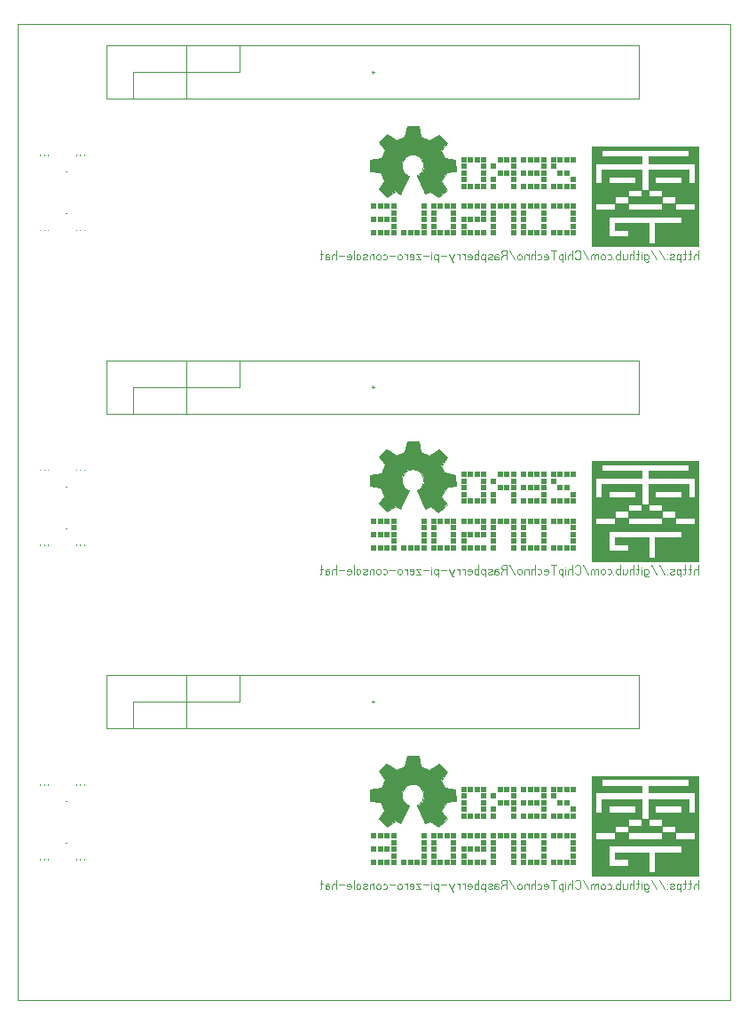
<source format=gbr>
%FSLAX34Y34*%
%MOMM*%
%LNSILK_BOTTOM_*%
G71*
G01*
%ADD10C, 0.00*%
%ADD11C, 0.10*%
%ADD12C, 0.11*%
%ADD13R, 0.50X0.50*%
%ADD14C, 0.00*%
%LPD*%
G54D10*
X0Y1000000D02*
X680000Y1000000D01*
X680000Y70000D01*
X0Y70000D01*
X0Y1000000D01*
G54D11*
X84931Y979488D02*
X592931Y979488D01*
X592931Y928688D01*
X84931Y928688D01*
X84931Y979488D01*
G54D11*
X337741Y954088D02*
X340122Y954088D01*
G54D11*
X338931Y955278D02*
X338931Y952897D01*
G54D11*
X161131Y979488D02*
X161131Y954088D01*
X211931Y954088D01*
X211931Y979488D01*
G54D11*
X161131Y928688D02*
X161131Y954088D01*
X110331Y954088D01*
X110331Y928688D01*
G54D12*
X649288Y775494D02*
X649288Y784383D01*
G54D12*
X649288Y779049D02*
X648621Y780160D01*
X647288Y780494D01*
X645954Y780160D01*
X645288Y779049D01*
X645288Y775494D01*
G54D12*
X641510Y784383D02*
X641510Y776049D01*
X640844Y775494D01*
X640177Y775716D01*
G54D12*
X642844Y780494D02*
X640177Y780494D01*
G54D12*
X636399Y784383D02*
X636399Y776049D01*
X635732Y775494D01*
X635066Y775716D01*
G54D12*
X637732Y780494D02*
X635066Y780494D01*
G54D12*
X632622Y780494D02*
X632622Y773272D01*
G54D12*
X632622Y777160D02*
X631955Y775716D01*
X630622Y775494D01*
X629288Y775716D01*
X628622Y776827D01*
X628622Y779049D01*
X629288Y780160D01*
X630622Y780494D01*
X631955Y780160D01*
X632622Y778827D01*
G54D12*
X626178Y776049D02*
X624844Y775494D01*
X623511Y775494D01*
X622178Y776049D01*
X622178Y777160D01*
X622844Y777716D01*
X625511Y778272D01*
X626178Y778827D01*
X626178Y779938D01*
X624844Y780494D01*
X623511Y780494D01*
X622178Y779938D01*
G54D12*
X619734Y775494D02*
X619734Y775494D01*
G54D12*
X619734Y780494D02*
X619734Y780494D01*
G54D12*
X617290Y775494D02*
X611956Y784383D01*
G54D12*
X609512Y775494D02*
X604179Y784383D01*
G54D12*
X601736Y773827D02*
X600402Y773272D01*
X599469Y773272D01*
X598136Y773827D01*
X597736Y774938D01*
X597736Y780494D01*
G54D12*
X597736Y779049D02*
X598402Y780160D01*
X599736Y780494D01*
X601069Y780160D01*
X601736Y779049D01*
X601736Y776827D01*
X601069Y775716D01*
X599736Y775494D01*
X598402Y775716D01*
X597736Y776827D01*
G54D12*
X595292Y775494D02*
X595292Y780494D01*
G54D12*
X595292Y782160D02*
X595292Y782160D01*
G54D12*
X591514Y784383D02*
X591514Y776049D01*
X590848Y775494D01*
X590181Y775716D01*
G54D12*
X592848Y780494D02*
X590181Y780494D01*
G54D12*
X587736Y775494D02*
X587736Y784383D01*
G54D12*
X587736Y779049D02*
X587070Y780160D01*
X585736Y780494D01*
X584403Y780160D01*
X583736Y779049D01*
X583736Y775494D01*
G54D12*
X577292Y780494D02*
X577292Y775494D01*
G54D12*
X577292Y776605D02*
X577959Y775716D01*
X579292Y775494D01*
X580626Y775716D01*
X581292Y776605D01*
X581292Y780494D01*
G54D12*
X574848Y775494D02*
X574848Y784383D01*
G54D12*
X574848Y779049D02*
X574182Y780160D01*
X572848Y780494D01*
X571515Y780160D01*
X570848Y779049D01*
X570848Y776827D01*
X571515Y775716D01*
X572848Y775494D01*
X574182Y775716D01*
X574848Y776827D01*
G54D12*
X568404Y775494D02*
X568404Y775494D01*
G54D12*
X562627Y780160D02*
X563960Y780494D01*
X565294Y780160D01*
X565960Y779049D01*
X565960Y776827D01*
X565294Y775716D01*
X563960Y775494D01*
X562627Y775716D01*
G54D12*
X556184Y776827D02*
X556184Y779049D01*
X556850Y780160D01*
X558184Y780494D01*
X559517Y780160D01*
X560184Y779049D01*
X560184Y776827D01*
X559517Y775716D01*
X558184Y775494D01*
X556850Y775716D01*
X556184Y776827D01*
G54D12*
X553740Y775494D02*
X553740Y780494D01*
G54D12*
X553740Y779605D02*
X552406Y780494D01*
X551073Y780160D01*
X550406Y779383D01*
X550406Y775494D01*
G54D12*
X550406Y779605D02*
X549073Y780494D01*
X547740Y780160D01*
X547073Y779383D01*
X547073Y775494D01*
G54D12*
X544628Y775494D02*
X539295Y784383D01*
G54D12*
X531518Y777160D02*
X532185Y776049D01*
X533518Y775494D01*
X534852Y775494D01*
X536185Y776049D01*
X536852Y777160D01*
X536852Y782716D01*
X536185Y783827D01*
X534852Y784383D01*
X533518Y784383D01*
X532185Y783827D01*
X531518Y782716D01*
G54D12*
X529074Y775494D02*
X529074Y784383D01*
G54D12*
X529074Y779049D02*
X528408Y780160D01*
X527074Y780494D01*
X525741Y780160D01*
X525074Y779049D01*
X525074Y775494D01*
G54D12*
X522630Y775494D02*
X522630Y780494D01*
G54D12*
X522630Y782160D02*
X522630Y782160D01*
G54D12*
X520186Y780494D02*
X520186Y773272D01*
G54D12*
X520186Y777160D02*
X519520Y775716D01*
X518186Y775494D01*
X516853Y775716D01*
X516186Y776827D01*
X516186Y779049D01*
X516853Y780160D01*
X518186Y780494D01*
X519520Y780160D01*
X520186Y778827D01*
G54D12*
X511076Y775494D02*
X511076Y784383D01*
G54D12*
X513742Y784383D02*
X508409Y784383D01*
G54D12*
X501966Y776049D02*
X503032Y775494D01*
X504366Y775494D01*
X505699Y776049D01*
X505966Y777160D01*
X505966Y779049D01*
X505299Y780160D01*
X503966Y780494D01*
X502632Y780160D01*
X501966Y779383D01*
X501966Y778272D01*
X505966Y778272D01*
G54D12*
X496188Y780160D02*
X497522Y780494D01*
X498855Y780160D01*
X499522Y779049D01*
X499522Y776827D01*
X498855Y775716D01*
X497522Y775494D01*
X496188Y775716D01*
G54D12*
X493744Y775494D02*
X493744Y784383D01*
G54D12*
X493744Y779049D02*
X493078Y780160D01*
X491744Y780494D01*
X490411Y780160D01*
X489744Y779049D01*
X489744Y775494D01*
G54D12*
X487300Y775494D02*
X487300Y780494D01*
G54D12*
X487300Y779383D02*
X486634Y780160D01*
X485300Y780494D01*
X483967Y780160D01*
X483300Y779383D01*
X483300Y775494D01*
G54D12*
X476856Y776827D02*
X476856Y779049D01*
X477523Y780160D01*
X478856Y780494D01*
X480190Y780160D01*
X480856Y779049D01*
X480856Y776827D01*
X480190Y775716D01*
X478856Y775494D01*
X477523Y775716D01*
X476856Y776827D01*
G54D12*
X474412Y775494D02*
X469079Y784383D01*
G54D12*
X464058Y779938D02*
X462058Y778827D01*
X461392Y777716D01*
X461392Y775494D01*
G54D12*
X466725Y775494D02*
X466725Y784383D01*
X463392Y784383D01*
X462058Y783827D01*
X461392Y782716D01*
X461392Y781605D01*
X462058Y780494D01*
X463392Y779938D01*
X466725Y779938D01*
G54D12*
X458948Y779938D02*
X457615Y780494D01*
X456015Y780494D01*
X454948Y779383D01*
X454948Y775494D01*
G54D12*
X454948Y777160D02*
X455615Y778272D01*
X456948Y778494D01*
X458281Y778272D01*
X458948Y777160D01*
X458681Y776049D01*
X457615Y775494D01*
X456948Y775494D01*
X456681Y775494D01*
X455615Y776049D01*
X454948Y777160D01*
G54D12*
X452504Y776049D02*
X451171Y775494D01*
X449837Y775494D01*
X448504Y776049D01*
X448504Y777160D01*
X449171Y777716D01*
X451837Y778272D01*
X452504Y778827D01*
X452504Y779938D01*
X451171Y780494D01*
X449837Y780494D01*
X448504Y779938D01*
G54D12*
X446060Y780494D02*
X446060Y773272D01*
G54D12*
X446060Y777160D02*
X445393Y775716D01*
X444060Y775494D01*
X442727Y775716D01*
X442060Y776827D01*
X442060Y779049D01*
X442727Y780160D01*
X444060Y780494D01*
X445393Y780160D01*
X446060Y778827D01*
G54D12*
X439616Y775494D02*
X439616Y784383D01*
G54D12*
X439616Y779049D02*
X438949Y780160D01*
X437616Y780494D01*
X436283Y780160D01*
X435616Y779049D01*
X435616Y776827D01*
X436283Y775716D01*
X437616Y775494D01*
X438949Y775716D01*
X439616Y776827D01*
G54D12*
X429172Y776049D02*
X430239Y775494D01*
X431572Y775494D01*
X432905Y776049D01*
X433172Y777160D01*
X433172Y779049D01*
X432505Y780160D01*
X431172Y780494D01*
X429839Y780160D01*
X429172Y779383D01*
X429172Y778272D01*
X433172Y778272D01*
G54D12*
X426728Y775494D02*
X426728Y780494D01*
G54D12*
X426728Y779383D02*
X425395Y780494D01*
X424061Y780494D01*
G54D12*
X421617Y775494D02*
X421617Y780494D01*
G54D12*
X421617Y779383D02*
X420284Y780494D01*
X418950Y780494D01*
G54D12*
X416506Y780494D02*
X413839Y775494D01*
X411173Y780494D01*
G54D12*
X413839Y775494D02*
X414506Y773827D01*
X415173Y773272D01*
X415839Y773272D01*
G54D12*
X408729Y779383D02*
X403396Y779383D01*
G54D12*
X400952Y780494D02*
X400952Y773272D01*
G54D12*
X400952Y777160D02*
X400285Y775716D01*
X398952Y775494D01*
X397619Y775716D01*
X396952Y776827D01*
X396952Y779049D01*
X397619Y780160D01*
X398952Y780494D01*
X400285Y780160D01*
X400952Y778827D01*
G54D12*
X394508Y775494D02*
X394508Y780494D01*
G54D12*
X394508Y782160D02*
X394508Y782160D01*
G54D12*
X392064Y779383D02*
X386731Y779383D01*
G54D12*
X384287Y780494D02*
X380287Y780494D01*
X384287Y775494D01*
X380287Y775494D01*
G54D12*
X373843Y776049D02*
X374910Y775494D01*
X376243Y775494D01*
X377576Y776049D01*
X377843Y777160D01*
X377843Y779049D01*
X377176Y780160D01*
X375843Y780494D01*
X374510Y780160D01*
X373843Y779383D01*
X373843Y778272D01*
X377843Y778272D01*
G54D12*
X371399Y775494D02*
X371399Y780494D01*
G54D12*
X371399Y779383D02*
X370066Y780494D01*
X368732Y780494D01*
G54D12*
X362288Y776827D02*
X362288Y779049D01*
X362955Y780160D01*
X364288Y780494D01*
X365621Y780160D01*
X366288Y779049D01*
X366288Y776827D01*
X365621Y775716D01*
X364288Y775494D01*
X362955Y775716D01*
X362288Y776827D01*
G54D12*
X359844Y779383D02*
X354511Y779383D01*
G54D12*
X348734Y780160D02*
X350067Y780494D01*
X351400Y780160D01*
X352067Y779049D01*
X352067Y776827D01*
X351400Y775716D01*
X350067Y775494D01*
X348734Y775716D01*
G54D12*
X342290Y776827D02*
X342290Y779049D01*
X342957Y780160D01*
X344290Y780494D01*
X345623Y780160D01*
X346290Y779049D01*
X346290Y776827D01*
X345623Y775716D01*
X344290Y775494D01*
X342957Y775716D01*
X342290Y776827D01*
G54D12*
X339846Y775494D02*
X339846Y780494D01*
G54D12*
X339846Y779383D02*
X339179Y780160D01*
X337846Y780494D01*
X336513Y780160D01*
X335846Y779383D01*
X335846Y775494D01*
G54D12*
X333402Y776049D02*
X332069Y775494D01*
X330735Y775494D01*
X329402Y776049D01*
X329402Y777160D01*
X330069Y777716D01*
X332735Y778272D01*
X333402Y778827D01*
X333402Y779938D01*
X332069Y780494D01*
X330735Y780494D01*
X329402Y779938D01*
G54D12*
X322958Y776827D02*
X322958Y779049D01*
X323625Y780160D01*
X324958Y780494D01*
X326291Y780160D01*
X326958Y779049D01*
X326958Y776827D01*
X326291Y775716D01*
X324958Y775494D01*
X323625Y775716D01*
X322958Y776827D01*
G54D12*
X320514Y775494D02*
X320514Y784383D01*
G54D12*
X314070Y776049D02*
X315137Y775494D01*
X316470Y775494D01*
X317803Y776049D01*
X318070Y777160D01*
X318070Y779049D01*
X317403Y780160D01*
X316070Y780494D01*
X314737Y780160D01*
X314070Y779383D01*
X314070Y778272D01*
X318070Y778272D01*
G54D12*
X311626Y779383D02*
X306293Y779383D01*
G54D12*
X303849Y775494D02*
X303849Y784383D01*
G54D12*
X303849Y779049D02*
X303182Y780160D01*
X301849Y780494D01*
X300516Y780160D01*
X299849Y779049D01*
X299849Y775494D01*
G54D12*
X297405Y779938D02*
X296072Y780494D01*
X294472Y780494D01*
X293405Y779383D01*
X293405Y775494D01*
G54D12*
X293405Y777160D02*
X294072Y778272D01*
X295405Y778494D01*
X296738Y778272D01*
X297405Y777160D01*
X297138Y776049D01*
X296072Y775494D01*
X295405Y775494D01*
X295138Y775494D01*
X294072Y776049D01*
X293405Y777160D01*
G54D12*
X289628Y784383D02*
X289628Y776049D01*
X288961Y775494D01*
X288294Y775716D01*
G54D12*
X290961Y780494D02*
X288294Y780494D01*
G36*
X649288Y883444D02*
X547688Y883444D01*
X547688Y867569D01*
X595312Y867569D01*
X595312Y873919D01*
X557212Y873919D01*
X557212Y880269D01*
X639762Y880269D01*
X639762Y873919D01*
X601662Y873919D01*
X601662Y867569D01*
X646112Y867569D01*
X646112Y848519D01*
X601662Y848519D01*
X601662Y842169D01*
X614362Y842169D01*
X614362Y835819D01*
X627062Y835819D01*
X627062Y829469D01*
X646112Y829469D01*
X646112Y823119D01*
X547688Y823119D01*
X547688Y816769D01*
X633412Y816769D01*
X633412Y810419D01*
X608012Y810419D01*
X608012Y791369D01*
X547688Y791369D01*
X547688Y788194D01*
X649288Y788194D01*
X649288Y883444D01*
G37*
G54D11*
X649288Y883444D02*
X547688Y883444D01*
X547688Y867569D01*
X595312Y867569D01*
X595312Y873919D01*
X557212Y873919D01*
X557212Y880269D01*
X639762Y880269D01*
X639762Y873919D01*
X601662Y873919D01*
X601662Y867569D01*
X646112Y867569D01*
X646112Y848519D01*
X601662Y848519D01*
X601662Y842169D01*
X614362Y842169D01*
X614362Y835819D01*
X627062Y835819D01*
X627062Y829469D01*
X646112Y829469D01*
X646112Y823119D01*
X547688Y823119D01*
X547688Y816769D01*
X633412Y816769D01*
X633412Y810419D01*
X608012Y810419D01*
X608012Y791369D01*
X547688Y791369D01*
X547688Y788194D01*
X649288Y788194D01*
X649288Y883444D01*
G36*
X639762Y861219D02*
X601662Y861219D01*
X601662Y848519D01*
X608012Y848519D01*
X608012Y854869D01*
X633412Y854869D01*
X633412Y848519D01*
X639762Y848519D01*
X639762Y861219D01*
G37*
G54D11*
X639762Y861219D02*
X601662Y861219D01*
X601662Y848519D01*
X608012Y848519D01*
X608012Y854869D01*
X633412Y854869D01*
X633412Y848519D01*
X639762Y848519D01*
X639762Y861219D01*
G36*
X595312Y861219D02*
X557212Y861219D01*
X557212Y829469D01*
X563562Y829469D01*
X563562Y854869D01*
X588962Y854869D01*
X588962Y842169D01*
X595312Y842169D01*
X595312Y861219D01*
G37*
G54D11*
X595312Y861219D02*
X557212Y861219D01*
X557212Y829469D01*
X563562Y829469D01*
X563562Y854869D01*
X588962Y854869D01*
X588962Y842169D01*
X595312Y842169D01*
X595312Y861219D01*
G36*
X550862Y867569D02*
X547688Y867569D01*
X547688Y823119D01*
X550862Y823119D01*
X550862Y829469D01*
X557212Y829469D01*
X557212Y848519D01*
X550862Y848519D01*
X550862Y867569D01*
G37*
G54D11*
X550862Y867569D02*
X547688Y867569D01*
X547688Y823119D01*
X550862Y823119D01*
X550862Y829469D01*
X557212Y829469D01*
X557212Y848519D01*
X550862Y848519D01*
X550862Y867569D01*
G36*
X627062Y829469D02*
X614362Y829469D01*
X614362Y823119D01*
X627062Y823119D01*
X627062Y829469D01*
G37*
G54D11*
X627062Y829469D02*
X614362Y829469D01*
X614362Y823119D01*
X627062Y823119D01*
X627062Y829469D01*
G36*
X614362Y835819D02*
X601662Y835819D01*
X601662Y842169D01*
X595312Y842169D01*
X595312Y835819D01*
X582612Y835819D01*
X582612Y829469D01*
X614362Y829469D01*
X614362Y835819D01*
G37*
G54D11*
X614362Y835819D02*
X601662Y835819D01*
X601662Y842169D01*
X595312Y842169D01*
X595312Y835819D01*
X582612Y835819D01*
X582612Y829469D01*
X614362Y829469D01*
X614362Y835819D01*
G36*
X582612Y829469D02*
X569912Y829469D01*
X569912Y823119D01*
X582612Y823119D01*
X582612Y829469D01*
G37*
G54D11*
X582612Y829469D02*
X569912Y829469D01*
X569912Y823119D01*
X582612Y823119D01*
X582612Y829469D01*
G36*
X588962Y848519D02*
X563562Y848519D01*
X563562Y829469D01*
X569912Y829469D01*
X569912Y835819D01*
X582612Y835819D01*
X582612Y842169D01*
X588962Y842169D01*
X588962Y848519D01*
G37*
G54D11*
X588962Y848519D02*
X563562Y848519D01*
X563562Y829469D01*
X569912Y829469D01*
X569912Y835819D01*
X582612Y835819D01*
X582612Y842169D01*
X588962Y842169D01*
X588962Y848519D01*
G36*
X601662Y810419D02*
X569912Y810419D01*
X569912Y804069D01*
X582612Y804069D01*
X582612Y797719D01*
X563562Y797719D01*
X563562Y816769D01*
X547688Y816769D01*
X547688Y791369D01*
X601662Y791369D01*
X601662Y810419D01*
G37*
G54D11*
X601662Y810419D02*
X569912Y810419D01*
X569912Y804069D01*
X582612Y804069D01*
X582612Y797719D01*
X563562Y797719D01*
X563562Y816769D01*
X547688Y816769D01*
X547688Y791369D01*
X601662Y791369D01*
X601662Y810419D01*
X530225Y870744D02*
G54D13*
D03*
X523875Y870744D02*
G54D13*
D03*
X517525Y870744D02*
G54D13*
D03*
X511175Y870744D02*
G54D13*
D03*
X511175Y864394D02*
G54D13*
D03*
X517525Y858044D02*
G54D13*
D03*
X523875Y858044D02*
G54D13*
D03*
X530225Y851694D02*
G54D13*
D03*
X530225Y845344D02*
G54D13*
D03*
X523875Y845344D02*
G54D13*
D03*
X517525Y845344D02*
G54D13*
D03*
X511175Y845344D02*
G54D13*
D03*
X501650Y870744D02*
G54D13*
D03*
X501650Y864394D02*
G54D13*
D03*
X501650Y858044D02*
G54D13*
D03*
X495300Y870744D02*
G54D13*
D03*
X488950Y870744D02*
G54D13*
D03*
X482600Y870744D02*
G54D13*
D03*
X495300Y858044D02*
G54D13*
D03*
X488950Y858044D02*
G54D13*
D03*
X482600Y858044D02*
G54D13*
D03*
X501650Y851694D02*
G54D13*
D03*
X501650Y845344D02*
G54D13*
D03*
X495300Y845344D02*
G54D13*
D03*
X488950Y845344D02*
G54D13*
D03*
X482600Y845344D02*
G54D13*
D03*
X473075Y845344D02*
G54D13*
D03*
X473075Y851694D02*
G54D13*
D03*
X473075Y858044D02*
G54D13*
D03*
X473075Y864394D02*
G54D13*
D03*
X473075Y870744D02*
G54D13*
D03*
X466725Y870744D02*
G54D13*
D03*
X460375Y870744D02*
G54D13*
D03*
X454025Y864394D02*
G54D13*
D03*
X460375Y858044D02*
G54D13*
D03*
X466725Y858044D02*
G54D13*
D03*
X454025Y851694D02*
G54D13*
D03*
X454025Y845344D02*
G54D13*
D03*
X444500Y864394D02*
G54D13*
D03*
X444500Y858044D02*
G54D13*
D03*
X444500Y851694D02*
G54D13*
D03*
X438150Y845344D02*
G54D13*
D03*
X431800Y845344D02*
G54D13*
D03*
X425450Y851694D02*
G54D13*
D03*
X425450Y858044D02*
G54D13*
D03*
X425450Y864394D02*
G54D13*
D03*
X431800Y870744D02*
G54D13*
D03*
X438150Y870744D02*
G54D13*
D03*
X444500Y870744D02*
G54D13*
D03*
X444500Y845344D02*
G54D13*
D03*
X425450Y870744D02*
G54D13*
D03*
X425450Y845344D02*
G54D13*
D03*
X530225Y819944D02*
G54D13*
D03*
X530225Y813594D02*
G54D13*
D03*
X530225Y807244D02*
G54D13*
D03*
X523875Y800894D02*
G54D13*
D03*
X517525Y800894D02*
G54D13*
D03*
X511175Y800894D02*
G54D13*
D03*
X523875Y826294D02*
G54D13*
D03*
X517525Y826294D02*
G54D13*
D03*
X511175Y826294D02*
G54D13*
D03*
X501650Y819944D02*
G54D13*
D03*
X501650Y813594D02*
G54D13*
D03*
X501650Y826294D02*
G54D13*
D03*
X495300Y826294D02*
G54D13*
D03*
X488950Y826294D02*
G54D13*
D03*
X482600Y826294D02*
G54D13*
D03*
X482600Y819944D02*
G54D13*
D03*
X482600Y813594D02*
G54D13*
D03*
X482600Y807244D02*
G54D13*
D03*
X482600Y800894D02*
G54D13*
D03*
X501650Y800894D02*
G54D13*
D03*
X501650Y807244D02*
G54D13*
D03*
X495300Y800894D02*
G54D13*
D03*
X488950Y800894D02*
G54D13*
D03*
X530225Y826294D02*
G54D13*
D03*
X530225Y800894D02*
G54D13*
D03*
X473075Y800894D02*
G54D13*
D03*
X473075Y807244D02*
G54D13*
D03*
X473075Y813594D02*
G54D13*
D03*
X473075Y819944D02*
G54D13*
D03*
X473075Y826294D02*
G54D13*
D03*
X466725Y826294D02*
G54D13*
D03*
X460375Y826294D02*
G54D13*
D03*
X454025Y819944D02*
G54D13*
D03*
X454025Y813594D02*
G54D13*
D03*
X454025Y807244D02*
G54D13*
D03*
X454025Y800894D02*
G54D13*
D03*
X444500Y819944D02*
G54D13*
D03*
X444500Y826294D02*
G54D13*
D03*
X438150Y826294D02*
G54D13*
D03*
X431800Y826294D02*
G54D13*
D03*
X425450Y826294D02*
G54D13*
D03*
X444500Y800894D02*
G54D13*
D03*
X438150Y800894D02*
G54D13*
D03*
X431800Y800894D02*
G54D13*
D03*
X425450Y800894D02*
G54D13*
D03*
X425450Y807244D02*
G54D13*
D03*
X444500Y813594D02*
G54D13*
D03*
X438150Y813594D02*
G54D13*
D03*
X431800Y813594D02*
G54D13*
D03*
X425450Y813594D02*
G54D13*
D03*
X415925Y813594D02*
G54D13*
D03*
X415925Y807244D02*
G54D13*
D03*
X415925Y800894D02*
G54D13*
D03*
X415925Y819944D02*
G54D13*
D03*
X415925Y826294D02*
G54D13*
D03*
X409575Y826294D02*
G54D13*
D03*
X403225Y826294D02*
G54D13*
D03*
X396875Y826294D02*
G54D13*
D03*
X396875Y819944D02*
G54D13*
D03*
X396875Y813594D02*
G54D13*
D03*
X396875Y807244D02*
G54D13*
D03*
X396875Y800894D02*
G54D13*
D03*
X409575Y800894D02*
G54D13*
D03*
X403225Y800894D02*
G54D13*
D03*
X454025Y826294D02*
G54D13*
D03*
X387350Y826294D02*
G54D13*
D03*
X387350Y819944D02*
G54D13*
D03*
X387350Y813594D02*
G54D13*
D03*
X387350Y807244D02*
G54D13*
D03*
X387350Y800894D02*
G54D13*
D03*
X381000Y800894D02*
G54D13*
D03*
X374650Y800894D02*
G54D13*
D03*
X368300Y800894D02*
G54D13*
D03*
X358775Y800894D02*
G54D13*
D03*
X358775Y807244D02*
G54D13*
D03*
X358775Y813594D02*
G54D13*
D03*
X358775Y819944D02*
G54D13*
D03*
X358775Y826294D02*
G54D13*
D03*
X352425Y800894D02*
G54D13*
D03*
X346075Y800894D02*
G54D13*
D03*
X339725Y800894D02*
G54D13*
D03*
X352425Y813594D02*
G54D13*
D03*
X346075Y813594D02*
G54D13*
D03*
X339725Y813594D02*
G54D13*
D03*
X352425Y826294D02*
G54D13*
D03*
X346075Y826294D02*
G54D13*
D03*
X339725Y826294D02*
G54D13*
D03*
G54D11*
X382588Y902494D02*
X371475Y902494D01*
X369094Y892175D01*
X361553Y889000D01*
X352425Y894953D01*
X344488Y887809D01*
X350838Y879872D01*
X347266Y871934D01*
X336153Y870347D01*
X336153Y859631D01*
X346075Y858441D01*
X349647Y850106D01*
X344488Y842566D01*
X352028Y835025D01*
X360759Y840581D01*
X365125Y837803D01*
X372666Y854472D01*
G54D11*
X381397Y854472D02*
X388938Y838200D01*
X393303Y840184D01*
X401638Y834628D01*
X409972Y842169D01*
X404019Y850106D01*
X407591Y858441D01*
X417909Y859631D01*
X417512Y870347D01*
X406797Y872331D01*
X404019Y878681D01*
X409972Y887016D01*
X402034Y894556D01*
X392906Y889000D01*
X384175Y892175D01*
X382588Y902494D01*
G54D11*
G75*
G01X381140Y855157D02*
G03X372935Y855157I-4102J9665D01*
G01*
G36*
X417512Y870347D02*
X406797Y872331D01*
X404019Y878681D01*
X409972Y887016D01*
X402034Y894556D01*
X392906Y889000D01*
X384175Y892175D01*
X382588Y902494D01*
X371475Y902494D01*
X369094Y892175D01*
X361553Y889000D01*
X352425Y894953D01*
X344488Y887809D01*
X350838Y879872D01*
X347266Y871934D01*
X336153Y870347D01*
X336153Y859631D01*
X346075Y858441D01*
X349647Y850106D01*
X344488Y842566D01*
X352028Y835025D01*
X360759Y840581D01*
X365125Y837803D01*
X373062Y855266D01*
X371872Y855662D01*
X370681Y856456D01*
X368300Y858838D01*
X366712Y862012D01*
X366316Y863997D01*
X366316Y865584D01*
X366712Y867966D01*
X367903Y870744D01*
X370284Y873522D01*
X372269Y874712D01*
X374253Y875506D01*
X376634Y875903D01*
X379016Y875506D01*
X382191Y874712D01*
X384969Y872331D01*
X387747Y868362D01*
X387747Y862012D01*
X386556Y859631D01*
X384969Y857250D01*
X382588Y855266D01*
X381000Y855266D01*
X388938Y838200D01*
X393303Y840184D01*
X401638Y834628D01*
X409972Y842169D01*
X404019Y850106D01*
X417512Y870347D01*
G37*
G54D11*
X417512Y870347D02*
X406797Y872331D01*
X404019Y878681D01*
X409972Y887016D01*
X402034Y894556D01*
X392906Y889000D01*
X384175Y892175D01*
X382588Y902494D01*
X371475Y902494D01*
X369094Y892175D01*
X361553Y889000D01*
X352425Y894953D01*
X344488Y887809D01*
X350838Y879872D01*
X347266Y871934D01*
X336153Y870347D01*
X336153Y859631D01*
X346075Y858441D01*
X349647Y850106D01*
X344488Y842566D01*
X352028Y835025D01*
X360759Y840581D01*
X365125Y837803D01*
X373062Y855266D01*
X371872Y855662D01*
X370681Y856456D01*
X368300Y858838D01*
X366712Y862012D01*
X366316Y863997D01*
X366316Y865584D01*
X366712Y867966D01*
X367903Y870744D01*
X370284Y873522D01*
X372269Y874712D01*
X374253Y875506D01*
X376634Y875903D01*
X379016Y875506D01*
X382191Y874712D01*
X384969Y872331D01*
X387747Y868362D01*
X387747Y862012D01*
X386556Y859631D01*
X384969Y857250D01*
X382588Y855266D01*
X381000Y855266D01*
X388938Y838200D01*
X393303Y840184D01*
X401638Y834628D01*
X409972Y842169D01*
X404019Y850106D01*
X417512Y870347D01*
G36*
X417512Y870347D02*
X417909Y859631D01*
X407591Y858441D01*
X417512Y870347D01*
G37*
G54D11*
X417512Y870347D02*
X417909Y859631D01*
X407591Y858441D01*
X417512Y870347D01*
G54D14*
X28972Y875506D02*
X28972Y874712D01*
G54D14*
X21034Y875506D02*
X21034Y874712D01*
G54D14*
X21034Y804069D02*
X21034Y803275D01*
G54D14*
X28972Y804069D02*
X28972Y803275D01*
G54D14*
X55562Y875506D02*
X55562Y874712D01*
G54D14*
X63500Y875506D02*
X63500Y874712D01*
G54D14*
X63500Y804069D02*
X63500Y803275D01*
G54D14*
X55562Y804069D02*
X55562Y803275D01*
G54D14*
X59531Y875506D02*
X59531Y874712D01*
G54D14*
X59531Y804069D02*
X59531Y803275D01*
G54D14*
X25003Y804069D02*
X25003Y803275D01*
G54D14*
X25003Y875506D02*
X25003Y874712D01*
G54D14*
X45641Y859433D02*
X46831Y859433D01*
G54D14*
X45839Y819348D02*
X46633Y819348D01*
G54D11*
X84931Y679450D02*
X592931Y679450D01*
X592931Y628650D01*
X84931Y628650D01*
X84931Y679450D01*
G54D11*
X337741Y654050D02*
X340122Y654050D01*
G54D11*
X338931Y655241D02*
X338931Y652859D01*
G54D11*
X161131Y679450D02*
X161131Y654050D01*
X211931Y654050D01*
X211931Y679450D01*
G54D11*
X161131Y628650D02*
X161131Y654050D01*
X110331Y654050D01*
X110331Y628650D01*
G54D12*
X649288Y475456D02*
X649288Y484345D01*
G54D12*
X649288Y479012D02*
X648621Y480123D01*
X647288Y480456D01*
X645954Y480123D01*
X645288Y479012D01*
X645288Y475456D01*
G54D12*
X641510Y484345D02*
X641510Y476012D01*
X640844Y475456D01*
X640177Y475678D01*
G54D12*
X642844Y480456D02*
X640177Y480456D01*
G54D12*
X636399Y484345D02*
X636399Y476012D01*
X635732Y475456D01*
X635066Y475678D01*
G54D12*
X637732Y480456D02*
X635066Y480456D01*
G54D12*
X632622Y480456D02*
X632622Y473234D01*
G54D12*
X632622Y477123D02*
X631955Y475678D01*
X630622Y475456D01*
X629288Y475678D01*
X628622Y476790D01*
X628622Y479012D01*
X629288Y480123D01*
X630622Y480456D01*
X631955Y480123D01*
X632622Y478790D01*
G54D12*
X626178Y476012D02*
X624844Y475456D01*
X623511Y475456D01*
X622178Y476012D01*
X622178Y477123D01*
X622844Y477678D01*
X625511Y478234D01*
X626178Y478790D01*
X626178Y479901D01*
X624844Y480456D01*
X623511Y480456D01*
X622178Y479901D01*
G54D12*
X619734Y475456D02*
X619734Y475456D01*
G54D12*
X619734Y480456D02*
X619734Y480456D01*
G54D12*
X617290Y475456D02*
X611956Y484345D01*
G54D12*
X609512Y475456D02*
X604179Y484345D01*
G54D12*
X601736Y473790D02*
X600402Y473234D01*
X599469Y473234D01*
X598136Y473790D01*
X597736Y474901D01*
X597736Y480456D01*
G54D12*
X597736Y479012D02*
X598402Y480123D01*
X599736Y480456D01*
X601069Y480123D01*
X601736Y479012D01*
X601736Y476790D01*
X601069Y475678D01*
X599736Y475456D01*
X598402Y475678D01*
X597736Y476790D01*
G54D12*
X595292Y475456D02*
X595292Y480456D01*
G54D12*
X595292Y482123D02*
X595292Y482123D01*
G54D12*
X591514Y484345D02*
X591514Y476012D01*
X590848Y475456D01*
X590181Y475678D01*
G54D12*
X592848Y480456D02*
X590181Y480456D01*
G54D12*
X587736Y475456D02*
X587736Y484345D01*
G54D12*
X587736Y479012D02*
X587070Y480123D01*
X585736Y480456D01*
X584403Y480123D01*
X583736Y479012D01*
X583736Y475456D01*
G54D12*
X577292Y480456D02*
X577292Y475456D01*
G54D12*
X577292Y476567D02*
X577959Y475678D01*
X579292Y475456D01*
X580626Y475678D01*
X581292Y476567D01*
X581292Y480456D01*
G54D12*
X574848Y475456D02*
X574848Y484345D01*
G54D12*
X574848Y479012D02*
X574182Y480123D01*
X572848Y480456D01*
X571515Y480123D01*
X570848Y479012D01*
X570848Y476790D01*
X571515Y475678D01*
X572848Y475456D01*
X574182Y475678D01*
X574848Y476790D01*
G54D12*
X568404Y475456D02*
X568404Y475456D01*
G54D12*
X562627Y480123D02*
X563960Y480456D01*
X565294Y480123D01*
X565960Y479012D01*
X565960Y476790D01*
X565294Y475678D01*
X563960Y475456D01*
X562627Y475678D01*
G54D12*
X556184Y476790D02*
X556184Y479012D01*
X556850Y480123D01*
X558184Y480456D01*
X559517Y480123D01*
X560184Y479012D01*
X560184Y476790D01*
X559517Y475678D01*
X558184Y475456D01*
X556850Y475678D01*
X556184Y476790D01*
G54D12*
X553740Y475456D02*
X553740Y480456D01*
G54D12*
X553740Y479567D02*
X552406Y480456D01*
X551073Y480123D01*
X550406Y479345D01*
X550406Y475456D01*
G54D12*
X550406Y479567D02*
X549073Y480456D01*
X547740Y480123D01*
X547073Y479345D01*
X547073Y475456D01*
G54D12*
X544628Y475456D02*
X539295Y484345D01*
G54D12*
X531518Y477123D02*
X532185Y476012D01*
X533518Y475456D01*
X534852Y475456D01*
X536185Y476012D01*
X536852Y477123D01*
X536852Y482678D01*
X536185Y483790D01*
X534852Y484345D01*
X533518Y484345D01*
X532185Y483790D01*
X531518Y482678D01*
G54D12*
X529074Y475456D02*
X529074Y484345D01*
G54D12*
X529074Y479012D02*
X528408Y480123D01*
X527074Y480456D01*
X525741Y480123D01*
X525074Y479012D01*
X525074Y475456D01*
G54D12*
X522630Y475456D02*
X522630Y480456D01*
G54D12*
X522630Y482123D02*
X522630Y482123D01*
G54D12*
X520186Y480456D02*
X520186Y473234D01*
G54D12*
X520186Y477123D02*
X519520Y475678D01*
X518186Y475456D01*
X516853Y475678D01*
X516186Y476790D01*
X516186Y479012D01*
X516853Y480123D01*
X518186Y480456D01*
X519520Y480123D01*
X520186Y478790D01*
G54D12*
X511076Y475456D02*
X511076Y484345D01*
G54D12*
X513742Y484345D02*
X508409Y484345D01*
G54D12*
X501966Y476012D02*
X503032Y475456D01*
X504366Y475456D01*
X505699Y476012D01*
X505966Y477123D01*
X505966Y479012D01*
X505299Y480123D01*
X503966Y480456D01*
X502632Y480123D01*
X501966Y479345D01*
X501966Y478234D01*
X505966Y478234D01*
G54D12*
X496188Y480123D02*
X497522Y480456D01*
X498855Y480123D01*
X499522Y479012D01*
X499522Y476790D01*
X498855Y475678D01*
X497522Y475456D01*
X496188Y475678D01*
G54D12*
X493744Y475456D02*
X493744Y484345D01*
G54D12*
X493744Y479012D02*
X493078Y480123D01*
X491744Y480456D01*
X490411Y480123D01*
X489744Y479012D01*
X489744Y475456D01*
G54D12*
X487300Y475456D02*
X487300Y480456D01*
G54D12*
X487300Y479345D02*
X486634Y480123D01*
X485300Y480456D01*
X483967Y480123D01*
X483300Y479345D01*
X483300Y475456D01*
G54D12*
X476856Y476790D02*
X476856Y479012D01*
X477523Y480123D01*
X478856Y480456D01*
X480190Y480123D01*
X480856Y479012D01*
X480856Y476790D01*
X480190Y475678D01*
X478856Y475456D01*
X477523Y475678D01*
X476856Y476790D01*
G54D12*
X474412Y475456D02*
X469079Y484345D01*
G54D12*
X464058Y479901D02*
X462058Y478790D01*
X461392Y477678D01*
X461392Y475456D01*
G54D12*
X466725Y475456D02*
X466725Y484345D01*
X463392Y484345D01*
X462058Y483790D01*
X461392Y482678D01*
X461392Y481567D01*
X462058Y480456D01*
X463392Y479901D01*
X466725Y479901D01*
G54D12*
X458948Y479901D02*
X457615Y480456D01*
X456015Y480456D01*
X454948Y479345D01*
X454948Y475456D01*
G54D12*
X454948Y477123D02*
X455615Y478234D01*
X456948Y478456D01*
X458281Y478234D01*
X458948Y477123D01*
X458681Y476012D01*
X457615Y475456D01*
X456948Y475456D01*
X456681Y475456D01*
X455615Y476012D01*
X454948Y477123D01*
G54D12*
X452504Y476012D02*
X451171Y475456D01*
X449837Y475456D01*
X448504Y476012D01*
X448504Y477123D01*
X449171Y477678D01*
X451837Y478234D01*
X452504Y478790D01*
X452504Y479901D01*
X451171Y480456D01*
X449837Y480456D01*
X448504Y479901D01*
G54D12*
X446060Y480456D02*
X446060Y473234D01*
G54D12*
X446060Y477123D02*
X445393Y475678D01*
X444060Y475456D01*
X442727Y475678D01*
X442060Y476790D01*
X442060Y479012D01*
X442727Y480123D01*
X444060Y480456D01*
X445393Y480123D01*
X446060Y478790D01*
G54D12*
X439616Y475456D02*
X439616Y484345D01*
G54D12*
X439616Y479012D02*
X438949Y480123D01*
X437616Y480456D01*
X436283Y480123D01*
X435616Y479012D01*
X435616Y476790D01*
X436283Y475678D01*
X437616Y475456D01*
X438949Y475678D01*
X439616Y476790D01*
G54D12*
X429172Y476012D02*
X430239Y475456D01*
X431572Y475456D01*
X432905Y476012D01*
X433172Y477123D01*
X433172Y479012D01*
X432505Y480123D01*
X431172Y480456D01*
X429839Y480123D01*
X429172Y479345D01*
X429172Y478234D01*
X433172Y478234D01*
G54D12*
X426728Y475456D02*
X426728Y480456D01*
G54D12*
X426728Y479345D02*
X425395Y480456D01*
X424061Y480456D01*
G54D12*
X421617Y475456D02*
X421617Y480456D01*
G54D12*
X421617Y479345D02*
X420284Y480456D01*
X418950Y480456D01*
G54D12*
X416506Y480456D02*
X413839Y475456D01*
X411173Y480456D01*
G54D12*
X413839Y475456D02*
X414506Y473790D01*
X415173Y473234D01*
X415839Y473234D01*
G54D12*
X408729Y479345D02*
X403396Y479345D01*
G54D12*
X400952Y480456D02*
X400952Y473234D01*
G54D12*
X400952Y477123D02*
X400285Y475678D01*
X398952Y475456D01*
X397619Y475678D01*
X396952Y476790D01*
X396952Y479012D01*
X397619Y480123D01*
X398952Y480456D01*
X400285Y480123D01*
X400952Y478790D01*
G54D12*
X394508Y475456D02*
X394508Y480456D01*
G54D12*
X394508Y482123D02*
X394508Y482123D01*
G54D12*
X392064Y479345D02*
X386731Y479345D01*
G54D12*
X384287Y480456D02*
X380287Y480456D01*
X384287Y475456D01*
X380287Y475456D01*
G54D12*
X373843Y476012D02*
X374910Y475456D01*
X376243Y475456D01*
X377576Y476012D01*
X377843Y477123D01*
X377843Y479012D01*
X377176Y480123D01*
X375843Y480456D01*
X374510Y480123D01*
X373843Y479345D01*
X373843Y478234D01*
X377843Y478234D01*
G54D12*
X371399Y475456D02*
X371399Y480456D01*
G54D12*
X371399Y479345D02*
X370066Y480456D01*
X368732Y480456D01*
G54D12*
X362288Y476790D02*
X362288Y479012D01*
X362955Y480123D01*
X364288Y480456D01*
X365621Y480123D01*
X366288Y479012D01*
X366288Y476790D01*
X365621Y475678D01*
X364288Y475456D01*
X362955Y475678D01*
X362288Y476790D01*
G54D12*
X359844Y479345D02*
X354511Y479345D01*
G54D12*
X348734Y480123D02*
X350067Y480456D01*
X351400Y480123D01*
X352067Y479012D01*
X352067Y476790D01*
X351400Y475678D01*
X350067Y475456D01*
X348734Y475678D01*
G54D12*
X342290Y476790D02*
X342290Y479012D01*
X342957Y480123D01*
X344290Y480456D01*
X345623Y480123D01*
X346290Y479012D01*
X346290Y476790D01*
X345623Y475678D01*
X344290Y475456D01*
X342957Y475678D01*
X342290Y476790D01*
G54D12*
X339846Y475456D02*
X339846Y480456D01*
G54D12*
X339846Y479345D02*
X339179Y480123D01*
X337846Y480456D01*
X336513Y480123D01*
X335846Y479345D01*
X335846Y475456D01*
G54D12*
X333402Y476012D02*
X332069Y475456D01*
X330735Y475456D01*
X329402Y476012D01*
X329402Y477123D01*
X330069Y477678D01*
X332735Y478234D01*
X333402Y478790D01*
X333402Y479901D01*
X332069Y480456D01*
X330735Y480456D01*
X329402Y479901D01*
G54D12*
X322958Y476790D02*
X322958Y479012D01*
X323625Y480123D01*
X324958Y480456D01*
X326291Y480123D01*
X326958Y479012D01*
X326958Y476790D01*
X326291Y475678D01*
X324958Y475456D01*
X323625Y475678D01*
X322958Y476790D01*
G54D12*
X320514Y475456D02*
X320514Y484345D01*
G54D12*
X314070Y476012D02*
X315137Y475456D01*
X316470Y475456D01*
X317803Y476012D01*
X318070Y477123D01*
X318070Y479012D01*
X317403Y480123D01*
X316070Y480456D01*
X314737Y480123D01*
X314070Y479345D01*
X314070Y478234D01*
X318070Y478234D01*
G54D12*
X311626Y479345D02*
X306293Y479345D01*
G54D12*
X303849Y475456D02*
X303849Y484345D01*
G54D12*
X303849Y479012D02*
X303182Y480123D01*
X301849Y480456D01*
X300516Y480123D01*
X299849Y479012D01*
X299849Y475456D01*
G54D12*
X297405Y479901D02*
X296072Y480456D01*
X294472Y480456D01*
X293405Y479345D01*
X293405Y475456D01*
G54D12*
X293405Y477123D02*
X294072Y478234D01*
X295405Y478456D01*
X296738Y478234D01*
X297405Y477123D01*
X297138Y476012D01*
X296072Y475456D01*
X295405Y475456D01*
X295138Y475456D01*
X294072Y476012D01*
X293405Y477123D01*
G54D12*
X289628Y484345D02*
X289628Y476012D01*
X288961Y475456D01*
X288294Y475678D01*
G54D12*
X290961Y480456D02*
X288294Y480456D01*
G36*
X649288Y583406D02*
X547688Y583406D01*
X547688Y567531D01*
X595312Y567531D01*
X595312Y573881D01*
X557212Y573881D01*
X557212Y580231D01*
X639762Y580231D01*
X639762Y573881D01*
X601662Y573881D01*
X601662Y567531D01*
X646112Y567531D01*
X646112Y548481D01*
X601662Y548481D01*
X601662Y542131D01*
X614362Y542131D01*
X614362Y535781D01*
X627062Y535781D01*
X627062Y529431D01*
X646112Y529431D01*
X646112Y523081D01*
X547688Y523081D01*
X547688Y516731D01*
X633412Y516731D01*
X633412Y510381D01*
X608012Y510381D01*
X608012Y491331D01*
X547688Y491331D01*
X547688Y488156D01*
X649288Y488156D01*
X649288Y583406D01*
G37*
G54D11*
X649288Y583406D02*
X547688Y583406D01*
X547688Y567531D01*
X595312Y567531D01*
X595312Y573881D01*
X557212Y573881D01*
X557212Y580231D01*
X639762Y580231D01*
X639762Y573881D01*
X601662Y573881D01*
X601662Y567531D01*
X646112Y567531D01*
X646112Y548481D01*
X601662Y548481D01*
X601662Y542131D01*
X614362Y542131D01*
X614362Y535781D01*
X627062Y535781D01*
X627062Y529431D01*
X646112Y529431D01*
X646112Y523081D01*
X547688Y523081D01*
X547688Y516731D01*
X633412Y516731D01*
X633412Y510381D01*
X608012Y510381D01*
X608012Y491331D01*
X547688Y491331D01*
X547688Y488156D01*
X649288Y488156D01*
X649288Y583406D01*
G36*
X639762Y561181D02*
X601662Y561181D01*
X601662Y548481D01*
X608012Y548481D01*
X608012Y554831D01*
X633412Y554831D01*
X633412Y548481D01*
X639762Y548481D01*
X639762Y561181D01*
G37*
G54D11*
X639762Y561181D02*
X601662Y561181D01*
X601662Y548481D01*
X608012Y548481D01*
X608012Y554831D01*
X633412Y554831D01*
X633412Y548481D01*
X639762Y548481D01*
X639762Y561181D01*
G36*
X595312Y561181D02*
X557212Y561181D01*
X557212Y529431D01*
X563562Y529431D01*
X563562Y554831D01*
X588962Y554831D01*
X588962Y542131D01*
X595312Y542131D01*
X595312Y561181D01*
G37*
G54D11*
X595312Y561181D02*
X557212Y561181D01*
X557212Y529431D01*
X563562Y529431D01*
X563562Y554831D01*
X588962Y554831D01*
X588962Y542131D01*
X595312Y542131D01*
X595312Y561181D01*
G36*
X550862Y567531D02*
X547688Y567531D01*
X547688Y523081D01*
X550862Y523081D01*
X550862Y529431D01*
X557212Y529431D01*
X557212Y548481D01*
X550862Y548481D01*
X550862Y567531D01*
G37*
G54D11*
X550862Y567531D02*
X547688Y567531D01*
X547688Y523081D01*
X550862Y523081D01*
X550862Y529431D01*
X557212Y529431D01*
X557212Y548481D01*
X550862Y548481D01*
X550862Y567531D01*
G36*
X627062Y529431D02*
X614362Y529431D01*
X614362Y523081D01*
X627062Y523081D01*
X627062Y529431D01*
G37*
G54D11*
X627062Y529431D02*
X614362Y529431D01*
X614362Y523081D01*
X627062Y523081D01*
X627062Y529431D01*
G36*
X614362Y535781D02*
X601662Y535781D01*
X601662Y542131D01*
X595312Y542131D01*
X595312Y535781D01*
X582612Y535781D01*
X582612Y529431D01*
X614362Y529431D01*
X614362Y535781D01*
G37*
G54D11*
X614362Y535781D02*
X601662Y535781D01*
X601662Y542131D01*
X595312Y542131D01*
X595312Y535781D01*
X582612Y535781D01*
X582612Y529431D01*
X614362Y529431D01*
X614362Y535781D01*
G36*
X582612Y529431D02*
X569912Y529431D01*
X569912Y523081D01*
X582612Y523081D01*
X582612Y529431D01*
G37*
G54D11*
X582612Y529431D02*
X569912Y529431D01*
X569912Y523081D01*
X582612Y523081D01*
X582612Y529431D01*
G36*
X588962Y548481D02*
X563562Y548481D01*
X563562Y529431D01*
X569912Y529431D01*
X569912Y535781D01*
X582612Y535781D01*
X582612Y542131D01*
X588962Y542131D01*
X588962Y548481D01*
G37*
G54D11*
X588962Y548481D02*
X563562Y548481D01*
X563562Y529431D01*
X569912Y529431D01*
X569912Y535781D01*
X582612Y535781D01*
X582612Y542131D01*
X588962Y542131D01*
X588962Y548481D01*
G36*
X601662Y510381D02*
X569912Y510381D01*
X569912Y504031D01*
X582612Y504031D01*
X582612Y497681D01*
X563562Y497681D01*
X563562Y516731D01*
X547688Y516731D01*
X547688Y491331D01*
X601662Y491331D01*
X601662Y510381D01*
G37*
G54D11*
X601662Y510381D02*
X569912Y510381D01*
X569912Y504031D01*
X582612Y504031D01*
X582612Y497681D01*
X563562Y497681D01*
X563562Y516731D01*
X547688Y516731D01*
X547688Y491331D01*
X601662Y491331D01*
X601662Y510381D01*
X530225Y570706D02*
G54D13*
D03*
X523875Y570706D02*
G54D13*
D03*
X517525Y570706D02*
G54D13*
D03*
X511175Y570706D02*
G54D13*
D03*
X511175Y564356D02*
G54D13*
D03*
X517525Y558006D02*
G54D13*
D03*
X523875Y558006D02*
G54D13*
D03*
X530225Y551656D02*
G54D13*
D03*
X530225Y545306D02*
G54D13*
D03*
X523875Y545306D02*
G54D13*
D03*
X517525Y545306D02*
G54D13*
D03*
X511175Y545306D02*
G54D13*
D03*
X501650Y570706D02*
G54D13*
D03*
X501650Y564356D02*
G54D13*
D03*
X501650Y558006D02*
G54D13*
D03*
X495300Y570706D02*
G54D13*
D03*
X488950Y570706D02*
G54D13*
D03*
X482600Y570706D02*
G54D13*
D03*
X495300Y558006D02*
G54D13*
D03*
X488950Y558006D02*
G54D13*
D03*
X482600Y558006D02*
G54D13*
D03*
X501650Y551656D02*
G54D13*
D03*
X501650Y545306D02*
G54D13*
D03*
X495300Y545306D02*
G54D13*
D03*
X488950Y545306D02*
G54D13*
D03*
X482600Y545306D02*
G54D13*
D03*
X473075Y545306D02*
G54D13*
D03*
X473075Y551656D02*
G54D13*
D03*
X473075Y558006D02*
G54D13*
D03*
X473075Y564356D02*
G54D13*
D03*
X473075Y570706D02*
G54D13*
D03*
X466725Y570706D02*
G54D13*
D03*
X460375Y570706D02*
G54D13*
D03*
X454025Y564356D02*
G54D13*
D03*
X460375Y558006D02*
G54D13*
D03*
X466725Y558006D02*
G54D13*
D03*
X454025Y551656D02*
G54D13*
D03*
X454025Y545306D02*
G54D13*
D03*
X444500Y564356D02*
G54D13*
D03*
X444500Y558006D02*
G54D13*
D03*
X444500Y551656D02*
G54D13*
D03*
X438150Y545306D02*
G54D13*
D03*
X431800Y545306D02*
G54D13*
D03*
X425450Y551656D02*
G54D13*
D03*
X425450Y558006D02*
G54D13*
D03*
X425450Y564356D02*
G54D13*
D03*
X431800Y570706D02*
G54D13*
D03*
X438150Y570706D02*
G54D13*
D03*
X444500Y570706D02*
G54D13*
D03*
X444500Y545306D02*
G54D13*
D03*
X425450Y570706D02*
G54D13*
D03*
X425450Y545306D02*
G54D13*
D03*
X530225Y519906D02*
G54D13*
D03*
X530225Y513556D02*
G54D13*
D03*
X530225Y507206D02*
G54D13*
D03*
X523875Y500856D02*
G54D13*
D03*
X517525Y500856D02*
G54D13*
D03*
X511175Y500856D02*
G54D13*
D03*
X523875Y526256D02*
G54D13*
D03*
X517525Y526256D02*
G54D13*
D03*
X511175Y526256D02*
G54D13*
D03*
X501650Y519906D02*
G54D13*
D03*
X501650Y513556D02*
G54D13*
D03*
X501650Y526256D02*
G54D13*
D03*
X495300Y526256D02*
G54D13*
D03*
X488950Y526256D02*
G54D13*
D03*
X482600Y526256D02*
G54D13*
D03*
X482600Y519906D02*
G54D13*
D03*
X482600Y513556D02*
G54D13*
D03*
X482600Y507206D02*
G54D13*
D03*
X482600Y500856D02*
G54D13*
D03*
X501650Y500856D02*
G54D13*
D03*
X501650Y507206D02*
G54D13*
D03*
X495300Y500856D02*
G54D13*
D03*
X488950Y500856D02*
G54D13*
D03*
X530225Y526256D02*
G54D13*
D03*
X530225Y500856D02*
G54D13*
D03*
X473075Y500856D02*
G54D13*
D03*
X473075Y507206D02*
G54D13*
D03*
X473075Y513556D02*
G54D13*
D03*
X473075Y519906D02*
G54D13*
D03*
X473075Y526256D02*
G54D13*
D03*
X466725Y526256D02*
G54D13*
D03*
X460375Y526256D02*
G54D13*
D03*
X454025Y519906D02*
G54D13*
D03*
X454025Y513556D02*
G54D13*
D03*
X454025Y507206D02*
G54D13*
D03*
X454025Y500856D02*
G54D13*
D03*
X444500Y519906D02*
G54D13*
D03*
X444500Y526256D02*
G54D13*
D03*
X438150Y526256D02*
G54D13*
D03*
X431800Y526256D02*
G54D13*
D03*
X425450Y526256D02*
G54D13*
D03*
X444500Y500856D02*
G54D13*
D03*
X438150Y500856D02*
G54D13*
D03*
X431800Y500856D02*
G54D13*
D03*
X425450Y500856D02*
G54D13*
D03*
X425450Y507206D02*
G54D13*
D03*
X444500Y513556D02*
G54D13*
D03*
X438150Y513556D02*
G54D13*
D03*
X431800Y513556D02*
G54D13*
D03*
X425450Y513556D02*
G54D13*
D03*
X415925Y513556D02*
G54D13*
D03*
X415925Y507206D02*
G54D13*
D03*
X415925Y500856D02*
G54D13*
D03*
X415925Y519906D02*
G54D13*
D03*
X415925Y526256D02*
G54D13*
D03*
X409575Y526256D02*
G54D13*
D03*
X403225Y526256D02*
G54D13*
D03*
X396875Y526256D02*
G54D13*
D03*
X396875Y519906D02*
G54D13*
D03*
X396875Y513556D02*
G54D13*
D03*
X396875Y507206D02*
G54D13*
D03*
X396875Y500856D02*
G54D13*
D03*
X409575Y500856D02*
G54D13*
D03*
X403225Y500856D02*
G54D13*
D03*
X454025Y526256D02*
G54D13*
D03*
X387350Y526256D02*
G54D13*
D03*
X387350Y519906D02*
G54D13*
D03*
X387350Y513556D02*
G54D13*
D03*
X387350Y507206D02*
G54D13*
D03*
X387350Y500856D02*
G54D13*
D03*
X381000Y500856D02*
G54D13*
D03*
X374650Y500856D02*
G54D13*
D03*
X368300Y500856D02*
G54D13*
D03*
X358775Y500856D02*
G54D13*
D03*
X358775Y507206D02*
G54D13*
D03*
X358775Y513556D02*
G54D13*
D03*
X358775Y519906D02*
G54D13*
D03*
X358775Y526256D02*
G54D13*
D03*
X352425Y500856D02*
G54D13*
D03*
X346075Y500856D02*
G54D13*
D03*
X339725Y500856D02*
G54D13*
D03*
X352425Y513556D02*
G54D13*
D03*
X346075Y513556D02*
G54D13*
D03*
X339725Y513556D02*
G54D13*
D03*
X352425Y526256D02*
G54D13*
D03*
X346075Y526256D02*
G54D13*
D03*
X339725Y526256D02*
G54D13*
D03*
G54D11*
X382588Y602456D02*
X371475Y602456D01*
X369094Y592138D01*
X361553Y588962D01*
X352425Y594916D01*
X344488Y587772D01*
X350838Y579834D01*
X347266Y571897D01*
X336153Y570309D01*
X336153Y559594D01*
X346075Y558403D01*
X349647Y550069D01*
X344488Y542528D01*
X352028Y534988D01*
X360759Y540544D01*
X365125Y537766D01*
X372666Y554434D01*
G54D11*
X381397Y554434D02*
X388938Y538162D01*
X393303Y540147D01*
X401638Y534591D01*
X409972Y542131D01*
X404019Y550069D01*
X407591Y558403D01*
X417909Y559594D01*
X417512Y570309D01*
X406797Y572294D01*
X404019Y578644D01*
X409972Y586978D01*
X402034Y594519D01*
X392906Y588962D01*
X384175Y592138D01*
X382588Y602456D01*
G54D11*
G75*
G01X381140Y555119D02*
G03X372935Y555119I-4102J9665D01*
G01*
G36*
X417512Y570309D02*
X406797Y572294D01*
X404019Y578644D01*
X409972Y586978D01*
X402034Y594519D01*
X392906Y588962D01*
X384175Y592138D01*
X382588Y602456D01*
X371475Y602456D01*
X369094Y592138D01*
X361553Y588962D01*
X352425Y594916D01*
X344488Y587772D01*
X350838Y579834D01*
X347266Y571897D01*
X336153Y570309D01*
X336153Y559594D01*
X346075Y558403D01*
X349647Y550069D01*
X344488Y542528D01*
X352028Y534988D01*
X360759Y540544D01*
X365125Y537766D01*
X373062Y555228D01*
X371872Y555625D01*
X370681Y556419D01*
X368300Y558800D01*
X366712Y561975D01*
X366316Y563959D01*
X366316Y565547D01*
X366712Y567928D01*
X367903Y570706D01*
X370284Y573484D01*
X372269Y574675D01*
X374253Y575469D01*
X376634Y575866D01*
X379016Y575469D01*
X382191Y574675D01*
X384969Y572294D01*
X387747Y568325D01*
X387747Y561975D01*
X386556Y559594D01*
X384969Y557212D01*
X382588Y555228D01*
X381000Y555228D01*
X388938Y538162D01*
X393303Y540147D01*
X401638Y534591D01*
X409972Y542131D01*
X404019Y550069D01*
X417512Y570309D01*
G37*
G54D11*
X417512Y570309D02*
X406797Y572294D01*
X404019Y578644D01*
X409972Y586978D01*
X402034Y594519D01*
X392906Y588962D01*
X384175Y592138D01*
X382588Y602456D01*
X371475Y602456D01*
X369094Y592138D01*
X361553Y588962D01*
X352425Y594916D01*
X344488Y587772D01*
X350838Y579834D01*
X347266Y571897D01*
X336153Y570309D01*
X336153Y559594D01*
X346075Y558403D01*
X349647Y550069D01*
X344488Y542528D01*
X352028Y534988D01*
X360759Y540544D01*
X365125Y537766D01*
X373062Y555228D01*
X371872Y555625D01*
X370681Y556419D01*
X368300Y558800D01*
X366712Y561975D01*
X366316Y563959D01*
X366316Y565547D01*
X366712Y567928D01*
X367903Y570706D01*
X370284Y573484D01*
X372269Y574675D01*
X374253Y575469D01*
X376634Y575866D01*
X379016Y575469D01*
X382191Y574675D01*
X384969Y572294D01*
X387747Y568325D01*
X387747Y561975D01*
X386556Y559594D01*
X384969Y557212D01*
X382588Y555228D01*
X381000Y555228D01*
X388938Y538162D01*
X393303Y540147D01*
X401638Y534591D01*
X409972Y542131D01*
X404019Y550069D01*
X417512Y570309D01*
G36*
X417512Y570309D02*
X417909Y559594D01*
X407591Y558403D01*
X417512Y570309D01*
G37*
G54D11*
X417512Y570309D02*
X417909Y559594D01*
X407591Y558403D01*
X417512Y570309D01*
G54D14*
X28972Y575469D02*
X28972Y574675D01*
G54D14*
X21034Y575469D02*
X21034Y574675D01*
G54D14*
X21034Y504031D02*
X21034Y503238D01*
G54D14*
X28972Y504031D02*
X28972Y503238D01*
G54D14*
X55562Y575469D02*
X55562Y574675D01*
G54D14*
X63500Y575469D02*
X63500Y574675D01*
G54D14*
X63500Y504031D02*
X63500Y503238D01*
G54D14*
X55562Y504031D02*
X55562Y503238D01*
G54D14*
X59531Y575469D02*
X59531Y574675D01*
G54D14*
X59531Y504031D02*
X59531Y503238D01*
G54D14*
X25003Y504031D02*
X25003Y503238D01*
G54D14*
X25003Y575469D02*
X25003Y574675D01*
G54D14*
X45641Y559395D02*
X46831Y559395D01*
G54D14*
X45839Y519311D02*
X46633Y519311D01*
G54D11*
X84931Y379412D02*
X592931Y379412D01*
X592931Y328612D01*
X84931Y328612D01*
X84931Y379412D01*
G54D11*
X337741Y354012D02*
X340122Y354012D01*
G54D11*
X338931Y355203D02*
X338931Y352822D01*
G54D11*
X161131Y379412D02*
X161131Y354012D01*
X211931Y354012D01*
X211931Y379412D01*
G54D11*
X161131Y328612D02*
X161131Y354012D01*
X110331Y354012D01*
X110331Y328612D01*
G54D12*
X649288Y175419D02*
X649288Y184308D01*
G54D12*
X649288Y178974D02*
X648621Y180085D01*
X647288Y180419D01*
X645954Y180085D01*
X645288Y178974D01*
X645288Y175419D01*
G54D12*
X641510Y184308D02*
X641510Y175974D01*
X640844Y175419D01*
X640177Y175641D01*
G54D12*
X642844Y180419D02*
X640177Y180419D01*
G54D12*
X636399Y184308D02*
X636399Y175974D01*
X635732Y175419D01*
X635066Y175641D01*
G54D12*
X637732Y180419D02*
X635066Y180419D01*
G54D12*
X632622Y180419D02*
X632622Y173196D01*
G54D12*
X632622Y177085D02*
X631955Y175641D01*
X630622Y175419D01*
X629288Y175641D01*
X628622Y176752D01*
X628622Y178974D01*
X629288Y180085D01*
X630622Y180419D01*
X631955Y180085D01*
X632622Y178752D01*
G54D12*
X626178Y175974D02*
X624844Y175419D01*
X623511Y175419D01*
X622178Y175974D01*
X622178Y177085D01*
X622844Y177641D01*
X625511Y178196D01*
X626178Y178752D01*
X626178Y179863D01*
X624844Y180419D01*
X623511Y180419D01*
X622178Y179863D01*
G54D12*
X619734Y175419D02*
X619734Y175419D01*
G54D12*
X619734Y180419D02*
X619734Y180419D01*
G54D12*
X617290Y175419D02*
X611956Y184308D01*
G54D12*
X609512Y175419D02*
X604179Y184308D01*
G54D12*
X601736Y173752D02*
X600402Y173196D01*
X599469Y173196D01*
X598136Y173752D01*
X597736Y174863D01*
X597736Y180419D01*
G54D12*
X597736Y178974D02*
X598402Y180085D01*
X599736Y180419D01*
X601069Y180085D01*
X601736Y178974D01*
X601736Y176752D01*
X601069Y175641D01*
X599736Y175419D01*
X598402Y175641D01*
X597736Y176752D01*
G54D12*
X595292Y175419D02*
X595292Y180419D01*
G54D12*
X595292Y182085D02*
X595292Y182085D01*
G54D12*
X591514Y184308D02*
X591514Y175974D01*
X590848Y175419D01*
X590181Y175641D01*
G54D12*
X592848Y180419D02*
X590181Y180419D01*
G54D12*
X587736Y175419D02*
X587736Y184308D01*
G54D12*
X587736Y178974D02*
X587070Y180085D01*
X585736Y180419D01*
X584403Y180085D01*
X583736Y178974D01*
X583736Y175419D01*
G54D12*
X577292Y180419D02*
X577292Y175419D01*
G54D12*
X577292Y176530D02*
X577959Y175641D01*
X579292Y175419D01*
X580626Y175641D01*
X581292Y176530D01*
X581292Y180419D01*
G54D12*
X574848Y175419D02*
X574848Y184308D01*
G54D12*
X574848Y178974D02*
X574182Y180085D01*
X572848Y180419D01*
X571515Y180085D01*
X570848Y178974D01*
X570848Y176752D01*
X571515Y175641D01*
X572848Y175419D01*
X574182Y175641D01*
X574848Y176752D01*
G54D12*
X568404Y175419D02*
X568404Y175419D01*
G54D12*
X562627Y180085D02*
X563960Y180419D01*
X565294Y180085D01*
X565960Y178974D01*
X565960Y176752D01*
X565294Y175641D01*
X563960Y175419D01*
X562627Y175641D01*
G54D12*
X556184Y176752D02*
X556184Y178974D01*
X556850Y180085D01*
X558184Y180419D01*
X559517Y180085D01*
X560184Y178974D01*
X560184Y176752D01*
X559517Y175641D01*
X558184Y175419D01*
X556850Y175641D01*
X556184Y176752D01*
G54D12*
X553740Y175419D02*
X553740Y180419D01*
G54D12*
X553740Y179530D02*
X552406Y180419D01*
X551073Y180085D01*
X550406Y179308D01*
X550406Y175419D01*
G54D12*
X550406Y179530D02*
X549073Y180419D01*
X547740Y180085D01*
X547073Y179308D01*
X547073Y175419D01*
G54D12*
X544628Y175419D02*
X539295Y184308D01*
G54D12*
X531518Y177085D02*
X532185Y175974D01*
X533518Y175419D01*
X534852Y175419D01*
X536185Y175974D01*
X536852Y177085D01*
X536852Y182641D01*
X536185Y183752D01*
X534852Y184308D01*
X533518Y184308D01*
X532185Y183752D01*
X531518Y182641D01*
G54D12*
X529074Y175419D02*
X529074Y184308D01*
G54D12*
X529074Y178974D02*
X528408Y180085D01*
X527074Y180419D01*
X525741Y180085D01*
X525074Y178974D01*
X525074Y175419D01*
G54D12*
X522630Y175419D02*
X522630Y180419D01*
G54D12*
X522630Y182085D02*
X522630Y182085D01*
G54D12*
X520186Y180419D02*
X520186Y173196D01*
G54D12*
X520186Y177085D02*
X519520Y175641D01*
X518186Y175419D01*
X516853Y175641D01*
X516186Y176752D01*
X516186Y178974D01*
X516853Y180085D01*
X518186Y180419D01*
X519520Y180085D01*
X520186Y178752D01*
G54D12*
X511076Y175419D02*
X511076Y184308D01*
G54D12*
X513742Y184308D02*
X508409Y184308D01*
G54D12*
X501966Y175974D02*
X503032Y175419D01*
X504366Y175419D01*
X505699Y175974D01*
X505966Y177085D01*
X505966Y178974D01*
X505299Y180085D01*
X503966Y180419D01*
X502632Y180085D01*
X501966Y179308D01*
X501966Y178196D01*
X505966Y178196D01*
G54D12*
X496188Y180085D02*
X497522Y180419D01*
X498855Y180085D01*
X499522Y178974D01*
X499522Y176752D01*
X498855Y175641D01*
X497522Y175419D01*
X496188Y175641D01*
G54D12*
X493744Y175419D02*
X493744Y184308D01*
G54D12*
X493744Y178974D02*
X493078Y180085D01*
X491744Y180419D01*
X490411Y180085D01*
X489744Y178974D01*
X489744Y175419D01*
G54D12*
X487300Y175419D02*
X487300Y180419D01*
G54D12*
X487300Y179308D02*
X486634Y180085D01*
X485300Y180419D01*
X483967Y180085D01*
X483300Y179308D01*
X483300Y175419D01*
G54D12*
X476856Y176752D02*
X476856Y178974D01*
X477523Y180085D01*
X478856Y180419D01*
X480190Y180085D01*
X480856Y178974D01*
X480856Y176752D01*
X480190Y175641D01*
X478856Y175419D01*
X477523Y175641D01*
X476856Y176752D01*
G54D12*
X474412Y175419D02*
X469079Y184308D01*
G54D12*
X464058Y179863D02*
X462058Y178752D01*
X461392Y177641D01*
X461392Y175419D01*
G54D12*
X466725Y175419D02*
X466725Y184308D01*
X463392Y184308D01*
X462058Y183752D01*
X461392Y182641D01*
X461392Y181530D01*
X462058Y180419D01*
X463392Y179863D01*
X466725Y179863D01*
G54D12*
X458948Y179863D02*
X457615Y180419D01*
X456015Y180419D01*
X454948Y179308D01*
X454948Y175419D01*
G54D12*
X454948Y177085D02*
X455615Y178196D01*
X456948Y178419D01*
X458281Y178196D01*
X458948Y177085D01*
X458681Y175974D01*
X457615Y175419D01*
X456948Y175419D01*
X456681Y175419D01*
X455615Y175974D01*
X454948Y177085D01*
G54D12*
X452504Y175974D02*
X451171Y175419D01*
X449837Y175419D01*
X448504Y175974D01*
X448504Y177085D01*
X449171Y177641D01*
X451837Y178196D01*
X452504Y178752D01*
X452504Y179863D01*
X451171Y180419D01*
X449837Y180419D01*
X448504Y179863D01*
G54D12*
X446060Y180419D02*
X446060Y173196D01*
G54D12*
X446060Y177085D02*
X445393Y175641D01*
X444060Y175419D01*
X442727Y175641D01*
X442060Y176752D01*
X442060Y178974D01*
X442727Y180085D01*
X444060Y180419D01*
X445393Y180085D01*
X446060Y178752D01*
G54D12*
X439616Y175419D02*
X439616Y184308D01*
G54D12*
X439616Y178974D02*
X438949Y180085D01*
X437616Y180419D01*
X436283Y180085D01*
X435616Y178974D01*
X435616Y176752D01*
X436283Y175641D01*
X437616Y175419D01*
X438949Y175641D01*
X439616Y176752D01*
G54D12*
X429172Y175974D02*
X430239Y175419D01*
X431572Y175419D01*
X432905Y175974D01*
X433172Y177085D01*
X433172Y178974D01*
X432505Y180085D01*
X431172Y180419D01*
X429839Y180085D01*
X429172Y179308D01*
X429172Y178196D01*
X433172Y178196D01*
G54D12*
X426728Y175419D02*
X426728Y180419D01*
G54D12*
X426728Y179308D02*
X425395Y180419D01*
X424061Y180419D01*
G54D12*
X421617Y175419D02*
X421617Y180419D01*
G54D12*
X421617Y179308D02*
X420284Y180419D01*
X418950Y180419D01*
G54D12*
X416506Y180419D02*
X413839Y175419D01*
X411173Y180419D01*
G54D12*
X413839Y175419D02*
X414506Y173752D01*
X415173Y173196D01*
X415839Y173196D01*
G54D12*
X408729Y179308D02*
X403396Y179308D01*
G54D12*
X400952Y180419D02*
X400952Y173196D01*
G54D12*
X400952Y177085D02*
X400285Y175641D01*
X398952Y175419D01*
X397619Y175641D01*
X396952Y176752D01*
X396952Y178974D01*
X397619Y180085D01*
X398952Y180419D01*
X400285Y180085D01*
X400952Y178752D01*
G54D12*
X394508Y175419D02*
X394508Y180419D01*
G54D12*
X394508Y182085D02*
X394508Y182085D01*
G54D12*
X392064Y179308D02*
X386731Y179308D01*
G54D12*
X384287Y180419D02*
X380287Y180419D01*
X384287Y175419D01*
X380287Y175419D01*
G54D12*
X373843Y175974D02*
X374910Y175419D01*
X376243Y175419D01*
X377576Y175974D01*
X377843Y177085D01*
X377843Y178974D01*
X377176Y180085D01*
X375843Y180419D01*
X374510Y180085D01*
X373843Y179308D01*
X373843Y178196D01*
X377843Y178196D01*
G54D12*
X371399Y175419D02*
X371399Y180419D01*
G54D12*
X371399Y179308D02*
X370066Y180419D01*
X368732Y180419D01*
G54D12*
X362288Y176752D02*
X362288Y178974D01*
X362955Y180085D01*
X364288Y180419D01*
X365621Y180085D01*
X366288Y178974D01*
X366288Y176752D01*
X365621Y175641D01*
X364288Y175419D01*
X362955Y175641D01*
X362288Y176752D01*
G54D12*
X359844Y179308D02*
X354511Y179308D01*
G54D12*
X348734Y180085D02*
X350067Y180419D01*
X351400Y180085D01*
X352067Y178974D01*
X352067Y176752D01*
X351400Y175641D01*
X350067Y175419D01*
X348734Y175641D01*
G54D12*
X342290Y176752D02*
X342290Y178974D01*
X342957Y180085D01*
X344290Y180419D01*
X345623Y180085D01*
X346290Y178974D01*
X346290Y176752D01*
X345623Y175641D01*
X344290Y175419D01*
X342957Y175641D01*
X342290Y176752D01*
G54D12*
X339846Y175419D02*
X339846Y180419D01*
G54D12*
X339846Y179308D02*
X339179Y180085D01*
X337846Y180419D01*
X336513Y180085D01*
X335846Y179308D01*
X335846Y175419D01*
G54D12*
X333402Y175974D02*
X332069Y175419D01*
X330735Y175419D01*
X329402Y175974D01*
X329402Y177085D01*
X330069Y177641D01*
X332735Y178196D01*
X333402Y178752D01*
X333402Y179863D01*
X332069Y180419D01*
X330735Y180419D01*
X329402Y179863D01*
G54D12*
X322958Y176752D02*
X322958Y178974D01*
X323625Y180085D01*
X324958Y180419D01*
X326291Y180085D01*
X326958Y178974D01*
X326958Y176752D01*
X326291Y175641D01*
X324958Y175419D01*
X323625Y175641D01*
X322958Y176752D01*
G54D12*
X320514Y175419D02*
X320514Y184308D01*
G54D12*
X314070Y175974D02*
X315137Y175419D01*
X316470Y175419D01*
X317803Y175974D01*
X318070Y177085D01*
X318070Y178974D01*
X317403Y180085D01*
X316070Y180419D01*
X314737Y180085D01*
X314070Y179308D01*
X314070Y178196D01*
X318070Y178196D01*
G54D12*
X311626Y179308D02*
X306293Y179308D01*
G54D12*
X303849Y175419D02*
X303849Y184308D01*
G54D12*
X303849Y178974D02*
X303182Y180085D01*
X301849Y180419D01*
X300516Y180085D01*
X299849Y178974D01*
X299849Y175419D01*
G54D12*
X297405Y179863D02*
X296072Y180419D01*
X294472Y180419D01*
X293405Y179308D01*
X293405Y175419D01*
G54D12*
X293405Y177085D02*
X294072Y178196D01*
X295405Y178419D01*
X296738Y178196D01*
X297405Y177085D01*
X297138Y175974D01*
X296072Y175419D01*
X295405Y175419D01*
X295138Y175419D01*
X294072Y175974D01*
X293405Y177085D01*
G54D12*
X289628Y184308D02*
X289628Y175974D01*
X288961Y175419D01*
X288294Y175641D01*
G54D12*
X290961Y180419D02*
X288294Y180419D01*
G36*
X649288Y283369D02*
X547688Y283369D01*
X547688Y267494D01*
X595312Y267494D01*
X595312Y273844D01*
X557212Y273844D01*
X557212Y280194D01*
X639762Y280194D01*
X639762Y273844D01*
X601662Y273844D01*
X601662Y267494D01*
X646112Y267494D01*
X646112Y248444D01*
X601662Y248444D01*
X601662Y242094D01*
X614362Y242094D01*
X614362Y235744D01*
X627062Y235744D01*
X627062Y229394D01*
X646112Y229394D01*
X646112Y223044D01*
X547688Y223044D01*
X547688Y216694D01*
X633412Y216694D01*
X633412Y210344D01*
X608012Y210344D01*
X608012Y191294D01*
X547688Y191294D01*
X547688Y188119D01*
X649288Y188119D01*
X649288Y283369D01*
G37*
G54D11*
X649288Y283369D02*
X547688Y283369D01*
X547688Y267494D01*
X595312Y267494D01*
X595312Y273844D01*
X557212Y273844D01*
X557212Y280194D01*
X639762Y280194D01*
X639762Y273844D01*
X601662Y273844D01*
X601662Y267494D01*
X646112Y267494D01*
X646112Y248444D01*
X601662Y248444D01*
X601662Y242094D01*
X614362Y242094D01*
X614362Y235744D01*
X627062Y235744D01*
X627062Y229394D01*
X646112Y229394D01*
X646112Y223044D01*
X547688Y223044D01*
X547688Y216694D01*
X633412Y216694D01*
X633412Y210344D01*
X608012Y210344D01*
X608012Y191294D01*
X547688Y191294D01*
X547688Y188119D01*
X649288Y188119D01*
X649288Y283369D01*
G36*
X639762Y261144D02*
X601662Y261144D01*
X601662Y248444D01*
X608012Y248444D01*
X608012Y254794D01*
X633412Y254794D01*
X633412Y248444D01*
X639762Y248444D01*
X639762Y261144D01*
G37*
G54D11*
X639762Y261144D02*
X601662Y261144D01*
X601662Y248444D01*
X608012Y248444D01*
X608012Y254794D01*
X633412Y254794D01*
X633412Y248444D01*
X639762Y248444D01*
X639762Y261144D01*
G36*
X595312Y261144D02*
X557212Y261144D01*
X557212Y229394D01*
X563562Y229394D01*
X563562Y254794D01*
X588962Y254794D01*
X588962Y242094D01*
X595312Y242094D01*
X595312Y261144D01*
G37*
G54D11*
X595312Y261144D02*
X557212Y261144D01*
X557212Y229394D01*
X563562Y229394D01*
X563562Y254794D01*
X588962Y254794D01*
X588962Y242094D01*
X595312Y242094D01*
X595312Y261144D01*
G36*
X550862Y267494D02*
X547688Y267494D01*
X547688Y223044D01*
X550862Y223044D01*
X550862Y229394D01*
X557212Y229394D01*
X557212Y248444D01*
X550862Y248444D01*
X550862Y267494D01*
G37*
G54D11*
X550862Y267494D02*
X547688Y267494D01*
X547688Y223044D01*
X550862Y223044D01*
X550862Y229394D01*
X557212Y229394D01*
X557212Y248444D01*
X550862Y248444D01*
X550862Y267494D01*
G36*
X627062Y229394D02*
X614362Y229394D01*
X614362Y223044D01*
X627062Y223044D01*
X627062Y229394D01*
G37*
G54D11*
X627062Y229394D02*
X614362Y229394D01*
X614362Y223044D01*
X627062Y223044D01*
X627062Y229394D01*
G36*
X614362Y235744D02*
X601662Y235744D01*
X601662Y242094D01*
X595312Y242094D01*
X595312Y235744D01*
X582612Y235744D01*
X582612Y229394D01*
X614362Y229394D01*
X614362Y235744D01*
G37*
G54D11*
X614362Y235744D02*
X601662Y235744D01*
X601662Y242094D01*
X595312Y242094D01*
X595312Y235744D01*
X582612Y235744D01*
X582612Y229394D01*
X614362Y229394D01*
X614362Y235744D01*
G36*
X582612Y229394D02*
X569912Y229394D01*
X569912Y223044D01*
X582612Y223044D01*
X582612Y229394D01*
G37*
G54D11*
X582612Y229394D02*
X569912Y229394D01*
X569912Y223044D01*
X582612Y223044D01*
X582612Y229394D01*
G36*
X588962Y248444D02*
X563562Y248444D01*
X563562Y229394D01*
X569912Y229394D01*
X569912Y235744D01*
X582612Y235744D01*
X582612Y242094D01*
X588962Y242094D01*
X588962Y248444D01*
G37*
G54D11*
X588962Y248444D02*
X563562Y248444D01*
X563562Y229394D01*
X569912Y229394D01*
X569912Y235744D01*
X582612Y235744D01*
X582612Y242094D01*
X588962Y242094D01*
X588962Y248444D01*
G36*
X601662Y210344D02*
X569912Y210344D01*
X569912Y203994D01*
X582612Y203994D01*
X582612Y197644D01*
X563562Y197644D01*
X563562Y216694D01*
X547688Y216694D01*
X547688Y191294D01*
X601662Y191294D01*
X601662Y210344D01*
G37*
G54D11*
X601662Y210344D02*
X569912Y210344D01*
X569912Y203994D01*
X582612Y203994D01*
X582612Y197644D01*
X563562Y197644D01*
X563562Y216694D01*
X547688Y216694D01*
X547688Y191294D01*
X601662Y191294D01*
X601662Y210344D01*
X530225Y270669D02*
G54D13*
D03*
X523875Y270669D02*
G54D13*
D03*
X517525Y270669D02*
G54D13*
D03*
X511175Y270669D02*
G54D13*
D03*
X511175Y264319D02*
G54D13*
D03*
X517525Y257969D02*
G54D13*
D03*
X523875Y257969D02*
G54D13*
D03*
X530225Y251619D02*
G54D13*
D03*
X530225Y245269D02*
G54D13*
D03*
X523875Y245269D02*
G54D13*
D03*
X517525Y245269D02*
G54D13*
D03*
X511175Y245269D02*
G54D13*
D03*
X501650Y270669D02*
G54D13*
D03*
X501650Y264319D02*
G54D13*
D03*
X501650Y257969D02*
G54D13*
D03*
X495300Y270669D02*
G54D13*
D03*
X488950Y270669D02*
G54D13*
D03*
X482600Y270669D02*
G54D13*
D03*
X495300Y257969D02*
G54D13*
D03*
X488950Y257969D02*
G54D13*
D03*
X482600Y257969D02*
G54D13*
D03*
X501650Y251619D02*
G54D13*
D03*
X501650Y245269D02*
G54D13*
D03*
X495300Y245269D02*
G54D13*
D03*
X488950Y245269D02*
G54D13*
D03*
X482600Y245269D02*
G54D13*
D03*
X473075Y245269D02*
G54D13*
D03*
X473075Y251619D02*
G54D13*
D03*
X473075Y257969D02*
G54D13*
D03*
X473075Y264319D02*
G54D13*
D03*
X473075Y270669D02*
G54D13*
D03*
X466725Y270669D02*
G54D13*
D03*
X460375Y270669D02*
G54D13*
D03*
X454025Y264319D02*
G54D13*
D03*
X460375Y257969D02*
G54D13*
D03*
X466725Y257969D02*
G54D13*
D03*
X454025Y251619D02*
G54D13*
D03*
X454025Y245269D02*
G54D13*
D03*
X444500Y264319D02*
G54D13*
D03*
X444500Y257969D02*
G54D13*
D03*
X444500Y251619D02*
G54D13*
D03*
X438150Y245269D02*
G54D13*
D03*
X431800Y245269D02*
G54D13*
D03*
X425450Y251619D02*
G54D13*
D03*
X425450Y257969D02*
G54D13*
D03*
X425450Y264319D02*
G54D13*
D03*
X431800Y270669D02*
G54D13*
D03*
X438150Y270669D02*
G54D13*
D03*
X444500Y270669D02*
G54D13*
D03*
X444500Y245269D02*
G54D13*
D03*
X425450Y270669D02*
G54D13*
D03*
X425450Y245269D02*
G54D13*
D03*
X530225Y219869D02*
G54D13*
D03*
X530225Y213519D02*
G54D13*
D03*
X530225Y207169D02*
G54D13*
D03*
X523875Y200819D02*
G54D13*
D03*
X517525Y200819D02*
G54D13*
D03*
X511175Y200819D02*
G54D13*
D03*
X523875Y226219D02*
G54D13*
D03*
X517525Y226219D02*
G54D13*
D03*
X511175Y226219D02*
G54D13*
D03*
X501650Y219869D02*
G54D13*
D03*
X501650Y213519D02*
G54D13*
D03*
X501650Y226219D02*
G54D13*
D03*
X495300Y226219D02*
G54D13*
D03*
X488950Y226219D02*
G54D13*
D03*
X482600Y226219D02*
G54D13*
D03*
X482600Y219869D02*
G54D13*
D03*
X482600Y213519D02*
G54D13*
D03*
X482600Y207169D02*
G54D13*
D03*
X482600Y200819D02*
G54D13*
D03*
X501650Y200819D02*
G54D13*
D03*
X501650Y207169D02*
G54D13*
D03*
X495300Y200819D02*
G54D13*
D03*
X488950Y200819D02*
G54D13*
D03*
X530225Y226219D02*
G54D13*
D03*
X530225Y200819D02*
G54D13*
D03*
X473075Y200819D02*
G54D13*
D03*
X473075Y207169D02*
G54D13*
D03*
X473075Y213519D02*
G54D13*
D03*
X473075Y219869D02*
G54D13*
D03*
X473075Y226219D02*
G54D13*
D03*
X466725Y226219D02*
G54D13*
D03*
X460375Y226219D02*
G54D13*
D03*
X454025Y219869D02*
G54D13*
D03*
X454025Y213519D02*
G54D13*
D03*
X454025Y207169D02*
G54D13*
D03*
X454025Y200819D02*
G54D13*
D03*
X444500Y219869D02*
G54D13*
D03*
X444500Y226219D02*
G54D13*
D03*
X438150Y226219D02*
G54D13*
D03*
X431800Y226219D02*
G54D13*
D03*
X425450Y226219D02*
G54D13*
D03*
X444500Y200819D02*
G54D13*
D03*
X438150Y200819D02*
G54D13*
D03*
X431800Y200819D02*
G54D13*
D03*
X425450Y200819D02*
G54D13*
D03*
X425450Y207169D02*
G54D13*
D03*
X444500Y213519D02*
G54D13*
D03*
X438150Y213519D02*
G54D13*
D03*
X431800Y213519D02*
G54D13*
D03*
X425450Y213519D02*
G54D13*
D03*
X415925Y213519D02*
G54D13*
D03*
X415925Y207169D02*
G54D13*
D03*
X415925Y200819D02*
G54D13*
D03*
X415925Y219869D02*
G54D13*
D03*
X415925Y226219D02*
G54D13*
D03*
X409575Y226219D02*
G54D13*
D03*
X403225Y226219D02*
G54D13*
D03*
X396875Y226219D02*
G54D13*
D03*
X396875Y219869D02*
G54D13*
D03*
X396875Y213519D02*
G54D13*
D03*
X396875Y207169D02*
G54D13*
D03*
X396875Y200819D02*
G54D13*
D03*
X409575Y200819D02*
G54D13*
D03*
X403225Y200819D02*
G54D13*
D03*
X454025Y226219D02*
G54D13*
D03*
X387350Y226219D02*
G54D13*
D03*
X387350Y219869D02*
G54D13*
D03*
X387350Y213519D02*
G54D13*
D03*
X387350Y207169D02*
G54D13*
D03*
X387350Y200819D02*
G54D13*
D03*
X381000Y200819D02*
G54D13*
D03*
X374650Y200819D02*
G54D13*
D03*
X368300Y200819D02*
G54D13*
D03*
X358775Y200819D02*
G54D13*
D03*
X358775Y207169D02*
G54D13*
D03*
X358775Y213519D02*
G54D13*
D03*
X358775Y219869D02*
G54D13*
D03*
X358775Y226219D02*
G54D13*
D03*
X352425Y200819D02*
G54D13*
D03*
X346075Y200819D02*
G54D13*
D03*
X339725Y200819D02*
G54D13*
D03*
X352425Y213519D02*
G54D13*
D03*
X346075Y213519D02*
G54D13*
D03*
X339725Y213519D02*
G54D13*
D03*
X352425Y226219D02*
G54D13*
D03*
X346075Y226219D02*
G54D13*
D03*
X339725Y226219D02*
G54D13*
D03*
G54D11*
X382588Y302419D02*
X371475Y302419D01*
X369094Y292100D01*
X361553Y288925D01*
X352425Y294878D01*
X344488Y287734D01*
X350838Y279797D01*
X347266Y271859D01*
X336153Y270272D01*
X336153Y259556D01*
X346075Y258366D01*
X349647Y250031D01*
X344488Y242491D01*
X352028Y234950D01*
X360759Y240506D01*
X365125Y237728D01*
X372666Y254397D01*
G54D11*
X381397Y254397D02*
X388938Y238125D01*
X393303Y240109D01*
X401638Y234553D01*
X409972Y242094D01*
X404019Y250031D01*
X407591Y258366D01*
X417909Y259556D01*
X417512Y270272D01*
X406797Y272256D01*
X404019Y278606D01*
X409972Y286941D01*
X402034Y294481D01*
X392906Y288925D01*
X384175Y292100D01*
X382588Y302419D01*
G54D11*
G75*
G01X381140Y255082D02*
G03X372935Y255082I-4102J9665D01*
G01*
G36*
X417512Y270272D02*
X406797Y272256D01*
X404019Y278606D01*
X409972Y286941D01*
X402034Y294481D01*
X392906Y288925D01*
X384175Y292100D01*
X382588Y302419D01*
X371475Y302419D01*
X369094Y292100D01*
X361553Y288925D01*
X352425Y294878D01*
X344488Y287734D01*
X350838Y279797D01*
X347266Y271859D01*
X336153Y270272D01*
X336153Y259556D01*
X346075Y258366D01*
X349647Y250031D01*
X344488Y242491D01*
X352028Y234950D01*
X360759Y240506D01*
X365125Y237728D01*
X373062Y255191D01*
X371872Y255588D01*
X370681Y256381D01*
X368300Y258762D01*
X366712Y261938D01*
X366316Y263922D01*
X366316Y265509D01*
X366712Y267891D01*
X367903Y270669D01*
X370284Y273447D01*
X372269Y274638D01*
X374253Y275431D01*
X376634Y275828D01*
X379016Y275431D01*
X382191Y274638D01*
X384969Y272256D01*
X387747Y268288D01*
X387747Y261938D01*
X386556Y259556D01*
X384969Y257175D01*
X382588Y255191D01*
X381000Y255191D01*
X388938Y238125D01*
X393303Y240109D01*
X401638Y234553D01*
X409972Y242094D01*
X404019Y250031D01*
X417512Y270272D01*
G37*
G54D11*
X417512Y270272D02*
X406797Y272256D01*
X404019Y278606D01*
X409972Y286941D01*
X402034Y294481D01*
X392906Y288925D01*
X384175Y292100D01*
X382588Y302419D01*
X371475Y302419D01*
X369094Y292100D01*
X361553Y288925D01*
X352425Y294878D01*
X344488Y287734D01*
X350838Y279797D01*
X347266Y271859D01*
X336153Y270272D01*
X336153Y259556D01*
X346075Y258366D01*
X349647Y250031D01*
X344488Y242491D01*
X352028Y234950D01*
X360759Y240506D01*
X365125Y237728D01*
X373062Y255191D01*
X371872Y255588D01*
X370681Y256381D01*
X368300Y258762D01*
X366712Y261938D01*
X366316Y263922D01*
X366316Y265509D01*
X366712Y267891D01*
X367903Y270669D01*
X370284Y273447D01*
X372269Y274638D01*
X374253Y275431D01*
X376634Y275828D01*
X379016Y275431D01*
X382191Y274638D01*
X384969Y272256D01*
X387747Y268288D01*
X387747Y261938D01*
X386556Y259556D01*
X384969Y257175D01*
X382588Y255191D01*
X381000Y255191D01*
X388938Y238125D01*
X393303Y240109D01*
X401638Y234553D01*
X409972Y242094D01*
X404019Y250031D01*
X417512Y270272D01*
G36*
X417512Y270272D02*
X417909Y259556D01*
X407591Y258366D01*
X417512Y270272D01*
G37*
G54D11*
X417512Y270272D02*
X417909Y259556D01*
X407591Y258366D01*
X417512Y270272D01*
G54D14*
X28972Y275431D02*
X28972Y274638D01*
G54D14*
X21034Y275431D02*
X21034Y274638D01*
G54D14*
X21034Y203994D02*
X21034Y203200D01*
G54D14*
X28972Y203994D02*
X28972Y203200D01*
G54D14*
X55562Y275431D02*
X55562Y274638D01*
G54D14*
X63500Y275431D02*
X63500Y274638D01*
G54D14*
X63500Y203994D02*
X63500Y203200D01*
G54D14*
X55562Y203994D02*
X55562Y203200D01*
G54D14*
X59531Y275431D02*
X59531Y274638D01*
G54D14*
X59531Y203994D02*
X59531Y203200D01*
G54D14*
X25003Y203994D02*
X25003Y203200D01*
G54D14*
X25003Y275431D02*
X25003Y274638D01*
G54D14*
X45641Y259358D02*
X46831Y259358D01*
G54D14*
X45839Y219273D02*
X46633Y219273D01*
M02*

</source>
